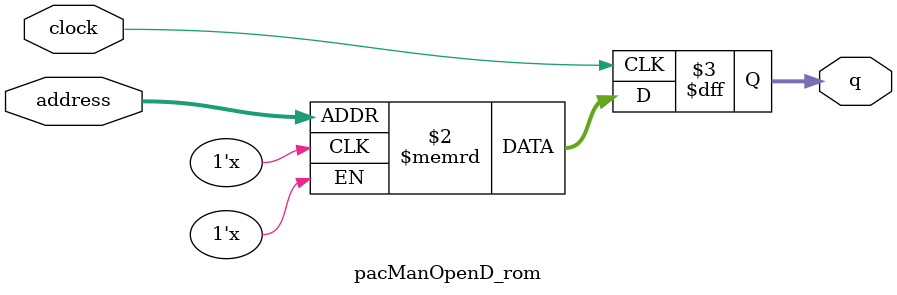
<source format=sv>
module pacManOpenD_rom (
	input logic clock,
	input logic [7:0] address,
	output logic [1:0] q
);

logic [1:0] memory [0:255] /* synthesis ram_init_file = "./pacManOpenD/pacManOpenD.mif" */;

always_ff @ (posedge clock) begin
	q <= memory[address];
end

endmodule

</source>
